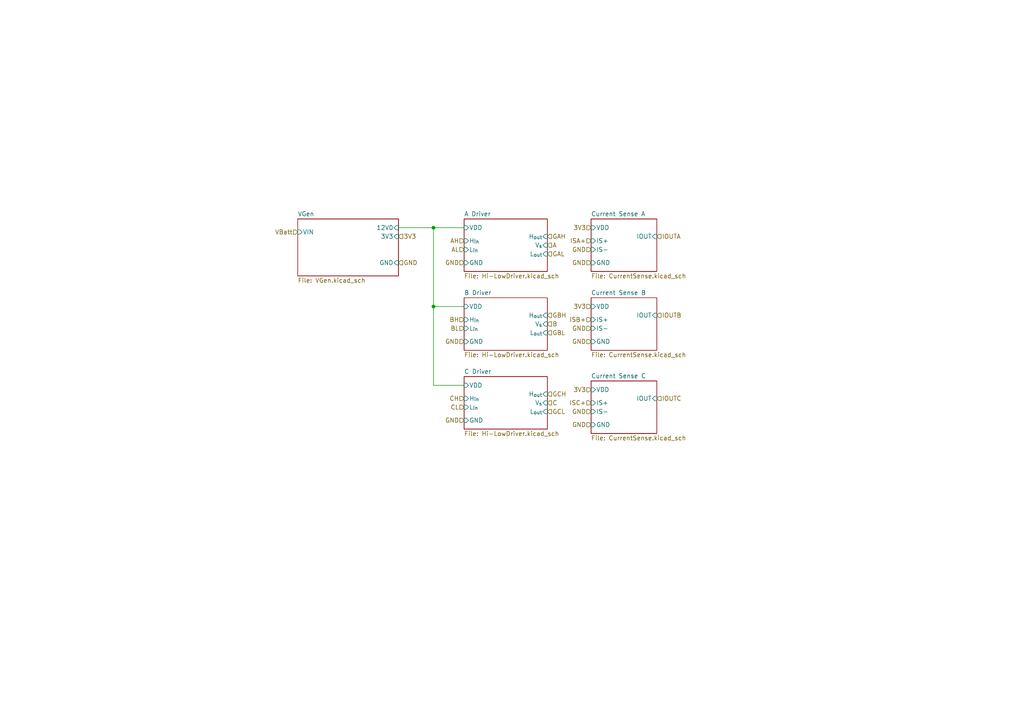
<source format=kicad_sch>
(kicad_sch (version 20211123) (generator eeschema)
  (paper "A4")
  (lib_symbols)
  (junction (at 125.73 66.04))
  (junction (at 125.73 88.9))
  (wire (pts (xy 125.73 66.04) (xy 125.73 88.9)))
  (wire (pts (xy 125.73 66.04) (xy 115.57 66.04)))
  (wire (pts (xy 134.62 111.76) (xy 125.73 111.76)))
  (wire (pts (xy 125.73 111.76) (xy 125.73 88.9)))
  (wire (pts (xy 125.73 88.9) (xy 134.62 88.9)))
  (wire (pts (xy 134.62 66.04) (xy 125.73 66.04)))
  (hierarchical_label "ISB+" (shape input) (at 171.45 92.71 180))
  (hierarchical_label "3V3" (shape input) (at 171.45 113.03 180))
  (hierarchical_label "AL" (shape input) (at 134.62 72.39 180))
  (hierarchical_label "GBL" (shape input) (at 158.75 96.52 0))
  (hierarchical_label "VBatt" (shape input) (at 86.36 67.31 180))
  (hierarchical_label "ISC+" (shape input) (at 171.45 116.84 180))
  (hierarchical_label "A" (shape input) (at 158.75 71.12 0))
  (hierarchical_label "IOUTA" (shape input) (at 190.5 68.58 0))
  (hierarchical_label "GND" (shape input) (at 171.45 123.19 180))
  (hierarchical_label "ISA+" (shape input) (at 171.45 69.85 180))
  (hierarchical_label "GCH" (shape input) (at 158.75 114.3 0))
  (hierarchical_label "GND" (shape input) (at 171.45 95.25 180))
  (hierarchical_label "3V3" (shape input) (at 115.57 68.58 0))
  (hierarchical_label "BL" (shape input) (at 134.62 95.25 180))
  (hierarchical_label "GND" (shape input) (at 134.62 99.06 180))
  (hierarchical_label "GND" (shape input) (at 171.45 99.06 180))
  (hierarchical_label "CL" (shape input) (at 134.62 118.11 180))
  (hierarchical_label "3V3" (shape input) (at 171.45 88.9 180))
  (hierarchical_label "GND" (shape input) (at 171.45 72.39 180))
  (hierarchical_label "GND" (shape input) (at 134.62 76.2 180))
  (hierarchical_label "GAL" (shape input) (at 158.75 73.66 0))
  (hierarchical_label "GCL" (shape input) (at 158.75 119.38 0))
  (hierarchical_label "GAH" (shape input) (at 158.75 68.58 0))
  (hierarchical_label "BH" (shape input) (at 134.62 92.71 180))
  (hierarchical_label "C" (shape input) (at 158.75 116.84 0))
  (hierarchical_label "GBH" (shape input) (at 158.75 91.44 0))
  (hierarchical_label "GND" (shape input) (at 115.57 76.2 0))
  (hierarchical_label "GND" (shape input) (at 134.62 121.92 180))
  (hierarchical_label "IOUTC" (shape input) (at 190.5 115.57 0))
  (hierarchical_label "B" (shape input) (at 158.75 93.98 0))
  (hierarchical_label "GND" (shape input) (at 171.45 76.2 180))
  (hierarchical_label "3V3" (shape input) (at 171.45 66.04 180))
  (hierarchical_label "AH" (shape input) (at 134.62 69.85 180))
  (hierarchical_label "CH" (shape input) (at 134.62 115.57 180))
  (hierarchical_label "IOUTB" (shape input) (at 190.5 91.44 0))
  (hierarchical_label "GND" (shape input) (at 171.45 119.38 180))
  (sheet (at 171.45 110.49) (size 19.05 15.24) (stroke (width 0.1524))
    (property "Sheet name" "Current Sense C" (at 171.45 109.7784 0) (effects (justify left bottom)))
    (property "Sheet file" "CurrentSense.kicad_sch" (at 171.45 126.3146 0) (effects (justify left top)))
    (pin "GND" input (at 171.45 123.19 180))
    (pin "IS-" input (at 171.45 119.38 180))
    (pin "IS+" input (at 171.45 116.84 180))
    (pin "IOUT" input (at 190.5 115.57 0))
    (pin "VDD" input (at 171.45 113.03 180))
  )
  (sheet (at 171.45 63.5) (size 19.05 15.24) (stroke (width 0.1524))
    (property "Sheet name" "Current Sense A" (at 171.45 62.7884 0) (effects (justify left bottom)))
    (property "Sheet file" "CurrentSense.kicad_sch" (at 171.45 79.3246 0) (effects (justify left top)))
    (pin "GND" input (at 171.45 76.2 180))
    (pin "IS-" input (at 171.45 72.39 180))
    (pin "IS+" input (at 171.45 69.85 180))
    (pin "IOUT" input (at 190.5 68.58 0))
    (pin "VDD" input (at 171.45 66.04 180))
  )
  (sheet (at 171.45 86.36) (size 19.05 15.24) (stroke (width 0.1524))
    (property "Sheet name" "Current Sense B" (at 171.45 85.6484 0) (effects (justify left bottom)))
    (property "Sheet file" "CurrentSense.kicad_sch" (at 171.45 102.1846 0) (effects (justify left top)))
    (pin "GND" input (at 171.45 99.06 180))
    (pin "IS-" input (at 171.45 95.25 180))
    (pin "IS+" input (at 171.45 92.71 180))
    (pin "IOUT" input (at 190.5 91.44 0))
    (pin "VDD" input (at 171.45 88.9 180))
  )
  (sheet (at 134.62 86.36) (size 24.13 15.24) (stroke (width 0.1524))
    (property "Sheet name" "B Driver" (at 134.62 85.6484 0) (effects (justify left bottom)))
    (property "Sheet file" "Hi-LowDriver.kicad_sch" (at 134.62 102.1846 0) (effects (justify left top)))
    (pin "VDD" input (at 134.62 88.9 180))
    (pin "V_{s}" input (at 158.75 93.98 0))
    (pin "L_{in}" input (at 134.62 95.25 180))
    (pin "H_{in}" input (at 134.62 92.71 180))
    (pin "GND" input (at 134.62 99.06 180))
    (pin "L_{out}" input (at 158.75 96.52 0))
    (pin "H_{out}" input (at 158.75 91.44 0))
  )
  (sheet (at 86.36 63.5) (size 29.21 16.51) (stroke (width 0.1524))
    (property "Sheet name" "VGen" (at 86.36 62.7884 0) (effects (justify left bottom)))
    (property "Sheet file" "VGen.kicad_sch" (at 86.36 80.5946 0) (effects (justify left top)))
    (pin "3V3" input (at 115.57 68.58 0))
    (pin "12V0" input (at 115.57 66.04 0))
    (pin "GND" input (at 115.57 76.2 0))
    (pin "VIN" input (at 86.36 67.31 180))
  )
  (sheet (at 134.62 109.22) (size 24.13 15.24) (stroke (width 0.1524))
    (property "Sheet name" "C Driver" (at 134.62 108.5084 0) (effects (justify left bottom)))
    (property "Sheet file" "Hi-LowDriver.kicad_sch" (at 134.62 125.0446 0) (effects (justify left top)))
    (pin "VDD" input (at 134.62 111.76 180))
    (pin "V_{s}" input (at 158.75 116.84 0))
    (pin "L_{in}" input (at 134.62 118.11 180))
    (pin "H_{in}" input (at 134.62 115.57 180))
    (pin "GND" input (at 134.62 121.92 180))
    (pin "L_{out}" input (at 158.75 119.38 0))
    (pin "H_{out}" input (at 158.75 114.3 0))
  )
  (sheet (at 134.62 63.5) (size 24.13 15.24) (stroke (width 0.1524))
    (property "Sheet name" "A Driver" (at 134.62 62.7884 0) (effects (justify left bottom)))
    (property "Sheet file" "Hi-LowDriver.kicad_sch" (at 134.62 79.3246 0) (effects (justify left top)))
    (pin "VDD" input (at 134.62 66.04 180))
    (pin "V_{s}" input (at 158.75 71.12 0))
    (pin "L_{in}" input (at 134.62 72.39 180))
    (pin "H_{in}" input (at 134.62 69.85 180))
    (pin "GND" input (at 134.62 76.2 180))
    (pin "L_{out}" input (at 158.75 73.66 0))
    (pin "H_{out}" input (at 158.75 68.58 0))
  )
)
</source>
